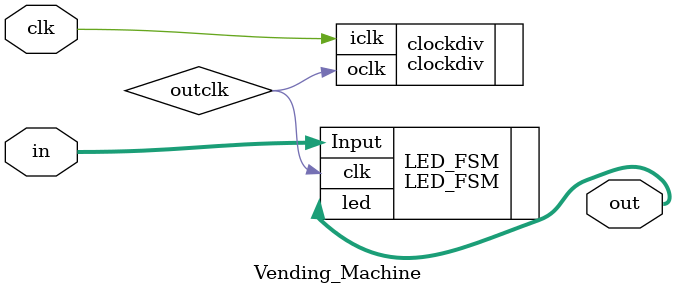
<source format=sv>
module Vending_Machine(input logic clk, input logic [2:0] in, output logic [3:0] out);

logic outclk;
clockdiv clockdiv(.iclk(clk),.oclk(outclk));

LED_FSM LED_FSM(.Input(in),.led(out),.clk(outclk));

endmodule
</source>
